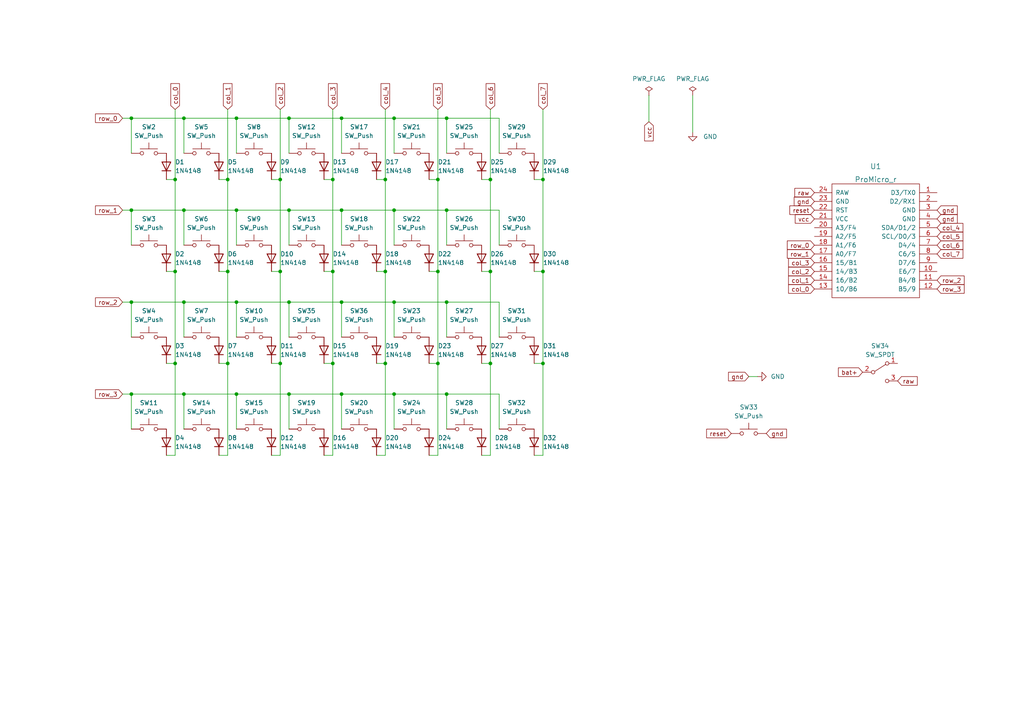
<source format=kicad_sch>
(kicad_sch (version 20230121) (generator eeschema)
  (paper "A4")
  (lib_symbols
    (symbol "Switch:SW_Push" (pin_numbers hide) (pin_names (offset 1.016) hide)
      (property "Reference" "SW" (at 1.27 2.54 0))
      (property "Value" "SW_Push" (at 0 -1.524 0))
      (symbol "SW_Push_0_1"
        (circle (center -2.032 0) (radius 0.508))
        (polyline (pts (xy 0 1.27) (xy 0 3.048)))
        (polyline (pts (xy 2.54 1.27) (xy -2.54 1.27)))
        (circle (center 2.032 0) (radius 0.508))
        (pin passive line (at -5.08 0 0) (length 2.54) (name "1") (number "1"))
        (pin passive line (at 5.08 0 180) (length 2.54) (name "2") (number "2"))
      )
    )
    (symbol "Switch:SW_SPDT" (pin_names (offset 0) hide)
      (property "Reference" "SW" (at 0 4.318 0))
      (property "Value" "SW_SPDT" (at 0 -5.08 0))
      (symbol "SW_SPDT_0_0"
        (circle (center -2.032 0) (radius 0.508))
        (circle (center 2.032 -2.54) (radius 0.508))
      )
      (symbol "SW_SPDT_0_1"
        (polyline (pts (xy -1.524 0.254) (xy 1.651 2.286)))
        (circle (center 2.032 2.54) (radius 0.508))
      )
      (symbol "SW_SPDT_1_1"
        (pin passive line (at 5.08 2.54 180) (length 2.54) (name "A") (number "1"))
        (pin passive line (at -5.08 0 0) (length 2.54) (name "B") (number "2"))
        (pin passive line (at 5.08 -2.54 180) (length 2.54) (name "C") (number "3"))
      )
    )
    (symbol "alaa:Diode_1N4148" (pin_numbers hide) (pin_names (offset 1.016) hide)
      (property "Reference" "D4" (at 2.54 1.2701 90))
      (property "Value" "Diode_1N4148" (at 2.54 -1.2699 90))
      (symbol "Diode_1N4148_0_1"
        (polyline (pts (xy -1.27 1.27) (xy -1.27 -1.27)) (stroke (width 0.254)))
        (polyline (pts (xy 1.27 0) (xy -1.27 0)))
        (polyline (pts (xy 1.27 1.27) (xy 1.27 -1.27) (xy -1.27 0) (xy 1.27 1.27)) (stroke (width 0.254)))
      )
      (symbol "Diode_1N4148_1_1"
        (pin passive line (at -3.81 0 0) (length 2.54) (name "K") (number "1"))
        (pin passive line (at 3.81 0 180) (length 2.54) (name "A") (number "2"))
      )
    )
    (symbol "alaa:ProMicro_r" (pin_names (offset 1.016))
      (property "Reference" "U1" (at 1.27 25.4 0))
      (property "Value" "ProMicro_r" (at 1.27 21.59 0))
      (symbol "ProMicro_r_0_1"
        (rectangle (start 13.97 20.32) (end -11.43 -12.7))
      )
      (symbol "ProMicro_r_1_1"
        (pin bidirectional line (at 19.05 17.78 180) (length 5.08) (name "D3/TX0") (number "1"))
        (pin bidirectional line (at 19.05 -5.08 180) (length 5.08) (name "E6/7") (number "10"))
        (pin bidirectional line (at 19.05 -7.62 180) (length 5.08) (name "B4/8") (number "11"))
        (pin bidirectional line (at 19.05 -10.16 180) (length 5.08) (name "B5/9") (number "12"))
        (pin bidirectional line (at -16.51 -10.16 0) (length 5.08) (name "10/B6") (number "13"))
        (pin bidirectional line (at -16.51 -7.62 0) (length 5.08) (name "16/B2") (number "14"))
        (pin bidirectional line (at -16.51 -5.08 0) (length 5.08) (name "14/B3") (number "15"))
        (pin bidirectional line (at -16.51 -2.54 0) (length 5.08) (name "15/B1") (number "16"))
        (pin bidirectional line (at -16.51 0 0) (length 5.08) (name "A0/F7") (number "17"))
        (pin bidirectional line (at -16.51 2.54 0) (length 5.08) (name "A1/F6") (number "18"))
        (pin bidirectional line (at -16.51 5.08 0) (length 5.08) (name "A2/F5") (number "19"))
        (pin bidirectional line (at 19.05 15.24 180) (length 5.08) (name "D2/RX1") (number "2"))
        (pin bidirectional line (at -16.51 7.62 0) (length 5.08) (name "A3/F4") (number "20"))
        (pin power_in line (at -16.51 10.16 0) (length 5.08) (name "VCC") (number "21"))
        (pin input line (at -16.51 12.7 0) (length 5.08) (name "RST") (number "22"))
        (pin power_in line (at -16.51 15.24 0) (length 5.08) (name "GND") (number "23"))
        (pin power_out line (at -16.51 17.78 0) (length 5.08) (name "RAW") (number "24"))
        (pin power_in line (at 19.05 12.7 180) (length 5.08) (name "GND") (number "3"))
        (pin power_in line (at 19.05 10.16 180) (length 5.08) (name "GND") (number "4"))
        (pin bidirectional line (at 19.05 7.62 180) (length 5.08) (name "SDA/D1/2") (number "5"))
        (pin bidirectional line (at 19.05 5.08 180) (length 5.08) (name "SCL/D0/3") (number "6"))
        (pin bidirectional line (at 19.05 2.54 180) (length 5.08) (name "D4/4") (number "7"))
        (pin bidirectional line (at 19.05 0 180) (length 5.08) (name "C6/5") (number "8"))
        (pin bidirectional line (at 19.05 -2.54 180) (length 5.08) (name "D7/6") (number "9"))
      )
    )
    (symbol "power:GND" (power) (pin_names (offset 0))
      (property "Value" "GND" (at 0 -3.81 0))
      (symbol "GND_0_1"
        (polyline (pts (xy 0 0) (xy 0 -1.27) (xy 1.27 -1.27) (xy 0 -2.54) (xy -1.27 -1.27) (xy 0 -1.27)))
      )
      (symbol "GND_1_1"
        (pin power_in line (at 0 0 270) (length 0) hide (name "GND") (number "1"))
      )
    )
    (symbol "power:PWR_FLAG" (power) (pin_numbers hide) (pin_names (offset 0) hide)
      (property "Value" "PWR_FLAG" (at 0 3.81 0))
      (symbol "PWR_FLAG_0_0"
        (pin power_out line (at 0 0 90) (length 0) (name "pwr") (number "1"))
      )
      (symbol "PWR_FLAG_0_1"
        (polyline (pts (xy 0 0) (xy 0 1.27) (xy -1.016 1.905) (xy 0 2.54) (xy 1.016 1.905) (xy 0 1.27)))
      )
    )
  )
  (junction (at 157.48 78.74))
  (junction (at 142.24 105.41))
  (junction (at 129.54 34.29))
  (junction (at 129.54 114.3))
  (junction (at 53.34 34.29))
  (junction (at 129.54 60.96))
  (junction (at 50.8 78.74))
  (junction (at 50.8 105.41))
  (junction (at 99.06 87.63))
  (junction (at 142.24 52.07))
  (junction (at 96.52 105.41))
  (junction (at 68.58 34.29))
  (junction (at 111.76 78.74))
  (junction (at 114.3 114.3))
  (junction (at 114.3 60.96))
  (junction (at 53.34 60.96))
  (junction (at 127 52.07))
  (junction (at 157.48 52.07))
  (junction (at 66.04 78.74))
  (junction (at 157.48 105.41))
  (junction (at 83.82 87.63))
  (junction (at 38.1 60.96))
  (junction (at 81.28 52.07))
  (junction (at 96.52 52.07))
  (junction (at 127 78.74))
  (junction (at 99.06 60.96))
  (junction (at 50.8 52.07))
  (junction (at 111.76 105.41))
  (junction (at 99.06 114.3))
  (junction (at 38.1 114.3))
  (junction (at 66.04 105.41))
  (junction (at 96.52 78.74))
  (junction (at 142.24 78.74))
  (junction (at 83.82 34.29))
  (junction (at 129.54 87.63))
  (junction (at 114.3 34.29))
  (junction (at 66.04 52.07))
  (junction (at 99.06 34.29))
  (junction (at 68.58 60.96))
  (junction (at 68.58 87.63))
  (junction (at 114.3 87.63))
  (junction (at 81.28 105.41))
  (junction (at 38.1 87.63))
  (junction (at 81.28 78.74))
  (junction (at 53.34 87.63))
  (junction (at 111.76 52.07))
  (junction (at 83.82 60.96))
  (junction (at 83.82 114.3))
  (junction (at 68.58 114.3))
  (junction (at 53.34 114.3))
  (junction (at 38.1 34.29))
  (junction (at 127 105.41))
  (wire (pts (xy 38.1 97.79) (xy 38.1 87.63)))
  (wire (pts (xy 127 105.41) (xy 124.46 105.41)))
  (wire (pts (xy 111.76 52.07) (xy 111.76 78.74)))
  (wire (pts (xy 144.78 87.63) (xy 144.78 97.79)))
  (wire (pts (xy 50.8 78.74) (xy 48.26 78.74)))
  (wire (pts (xy 53.34 114.3) (xy 68.58 114.3)))
  (wire (pts (xy 111.76 132.08) (xy 109.22 132.08)))
  (wire (pts (xy 38.1 60.96) (xy 53.34 60.96)))
  (wire (pts (xy 83.82 114.3) (xy 99.06 114.3)))
  (wire (pts (xy 127 132.08) (xy 127 105.41)))
  (wire (pts (xy 114.3 114.3) (xy 114.3 124.46)))
  (wire (pts (xy 99.06 114.3) (xy 114.3 114.3)))
  (wire (pts (xy 81.28 132.08) (xy 81.28 105.41)))
  (wire (pts (xy 83.82 60.96) (xy 83.82 71.12)))
  (wire (pts (xy 53.34 124.46) (xy 53.34 114.3)))
  (wire (pts (xy 38.1 34.29) (xy 53.34 34.29)))
  (wire (pts (xy 114.3 34.29) (xy 129.54 34.29)))
  (wire (pts (xy 68.58 34.29) (xy 83.82 34.29)))
  (wire (pts (xy 129.54 60.96) (xy 144.78 60.96)))
  (wire (pts (xy 114.3 87.63) (xy 129.54 87.63)))
  (wire (pts (xy 127 78.74) (xy 124.46 78.74)))
  (wire (pts (xy 99.06 60.96) (xy 99.06 71.12)))
  (wire (pts (xy 157.48 78.74) (xy 157.48 105.41)))
  (wire (pts (xy 129.54 114.3) (xy 144.78 114.3)))
  (wire (pts (xy 83.82 60.96) (xy 99.06 60.96)))
  (wire (pts (xy 154.94 132.08) (xy 157.48 132.08)))
  (wire (pts (xy 157.48 105.41) (xy 157.48 132.08)))
  (wire (pts (xy 142.24 132.08) (xy 139.7 132.08)))
  (wire (pts (xy 78.74 105.41) (xy 81.28 105.41)))
  (wire (pts (xy 83.82 114.3) (xy 83.82 124.46)))
  (wire (pts (xy 78.74 132.08) (xy 81.28 132.08)))
  (wire (pts (xy 109.22 105.41) (xy 111.76 105.41)))
  (wire (pts (xy 157.48 78.74) (xy 154.94 78.74)))
  (wire (pts (xy 68.58 114.3) (xy 83.82 114.3)))
  (wire (pts (xy 127 78.74) (xy 127 52.07)))
  (wire (pts (xy 111.76 105.41) (xy 111.76 132.08)))
  (wire (pts (xy 96.52 78.74) (xy 93.98 78.74)))
  (wire (pts (xy 66.04 52.07) (xy 66.04 78.74)))
  (wire (pts (xy 127 105.41) (xy 127 78.74)))
  (wire (pts (xy 81.28 31.75) (xy 81.28 52.07)))
  (wire (pts (xy 93.98 105.41) (xy 96.52 105.41)))
  (wire (pts (xy 38.1 114.3) (xy 53.34 114.3)))
  (wire (pts (xy 127 52.07) (xy 124.46 52.07)))
  (wire (pts (xy 114.3 34.29) (xy 114.3 44.45)))
  (wire (pts (xy 66.04 31.75) (xy 66.04 52.07)))
  (wire (pts (xy 129.54 87.63) (xy 129.54 97.79)))
  (wire (pts (xy 144.78 60.96) (xy 144.78 71.12)))
  (wire (pts (xy 129.54 34.29) (xy 144.78 34.29)))
  (wire (pts (xy 83.82 87.63) (xy 83.82 97.79)))
  (wire (pts (xy 129.54 60.96) (xy 129.54 71.12)))
  (wire (pts (xy 157.48 31.75) (xy 157.48 52.07)))
  (wire (pts (xy 38.1 44.45) (xy 38.1 34.29)))
  (wire (pts (xy 99.06 114.3) (xy 99.06 124.46)))
  (wire (pts (xy 124.46 132.08) (xy 127 132.08)))
  (wire (pts (xy 142.24 78.74) (xy 139.7 78.74)))
  (wire (pts (xy 66.04 78.74) (xy 66.04 105.41)))
  (wire (pts (xy 99.06 87.63) (xy 99.06 97.79)))
  (wire (pts (xy 83.82 34.29) (xy 99.06 34.29)))
  (wire (pts (xy 99.06 87.63) (xy 114.3 87.63)))
  (wire (pts (xy 114.3 60.96) (xy 114.3 71.12)))
  (wire (pts (xy 109.22 52.07) (xy 111.76 52.07)))
  (wire (pts (xy 66.04 78.74) (xy 63.5 78.74)))
  (wire (pts (xy 66.04 132.08) (xy 66.04 105.41)))
  (wire (pts (xy 114.3 114.3) (xy 129.54 114.3)))
  (wire (pts (xy 142.24 52.07) (xy 142.24 78.74)))
  (wire (pts (xy 50.8 78.74) (xy 50.8 52.07)))
  (wire (pts (xy 99.06 34.29) (xy 99.06 44.45)))
  (wire (pts (xy 114.3 60.96) (xy 129.54 60.96)))
  (wire (pts (xy 96.52 52.07) (xy 93.98 52.07)))
  (wire (pts (xy 96.52 105.41) (xy 96.52 132.08)))
  (wire (pts (xy 48.26 105.41) (xy 50.8 105.41)))
  (wire (pts (xy 217.17 109.22) (xy 219.71 109.22)))
  (wire (pts (xy 96.52 78.74) (xy 96.52 105.41)))
  (wire (pts (xy 129.54 87.63) (xy 144.78 87.63)))
  (wire (pts (xy 68.58 87.63) (xy 68.58 97.79)))
  (wire (pts (xy 38.1 87.63) (xy 53.34 87.63)))
  (wire (pts (xy 53.34 87.63) (xy 53.34 97.79)))
  (wire (pts (xy 99.06 60.96) (xy 114.3 60.96)))
  (wire (pts (xy 81.28 52.07) (xy 78.74 52.07)))
  (wire (pts (xy 38.1 114.3) (xy 38.1 124.46)))
  (wire (pts (xy 38.1 71.12) (xy 38.1 60.96)))
  (wire (pts (xy 48.26 132.08) (xy 50.8 132.08)))
  (wire (pts (xy 93.98 132.08) (xy 96.52 132.08)))
  (wire (pts (xy 127 31.75) (xy 127 52.07)))
  (wire (pts (xy 114.3 87.63) (xy 114.3 97.79)))
  (wire (pts (xy 50.8 105.41) (xy 50.8 78.74)))
  (wire (pts (xy 129.54 34.29) (xy 129.54 44.45)))
  (wire (pts (xy 111.76 31.75) (xy 111.76 52.07)))
  (wire (pts (xy 154.94 52.07) (xy 157.48 52.07)))
  (wire (pts (xy 68.58 114.3) (xy 68.58 124.46)))
  (wire (pts (xy 68.58 60.96) (xy 83.82 60.96)))
  (wire (pts (xy 68.58 60.96) (xy 68.58 71.12)))
  (wire (pts (xy 68.58 87.63) (xy 83.82 87.63)))
  (wire (pts (xy 35.56 87.63) (xy 38.1 87.63)))
  (wire (pts (xy 157.48 105.41) (xy 154.94 105.41)))
  (wire (pts (xy 99.06 34.29) (xy 114.3 34.29)))
  (wire (pts (xy 139.7 52.07) (xy 142.24 52.07)))
  (wire (pts (xy 50.8 31.75) (xy 50.8 52.07)))
  (wire (pts (xy 96.52 31.75) (xy 96.52 52.07)))
  (wire (pts (xy 142.24 78.74) (xy 142.24 105.41)))
  (wire (pts (xy 35.56 60.96) (xy 38.1 60.96)))
  (wire (pts (xy 111.76 78.74) (xy 109.22 78.74)))
  (wire (pts (xy 81.28 78.74) (xy 78.74 78.74)))
  (wire (pts (xy 96.52 78.74) (xy 96.52 52.07)))
  (wire (pts (xy 157.48 52.07) (xy 157.48 78.74)))
  (wire (pts (xy 144.78 34.29) (xy 144.78 44.45)))
  (wire (pts (xy 53.34 34.29) (xy 68.58 34.29)))
  (wire (pts (xy 53.34 60.96) (xy 68.58 60.96)))
  (wire (pts (xy 111.76 78.74) (xy 111.76 105.41)))
  (wire (pts (xy 63.5 52.07) (xy 66.04 52.07)))
  (wire (pts (xy 53.34 34.29) (xy 53.34 44.45)))
  (wire (pts (xy 83.82 34.29) (xy 83.82 44.45)))
  (wire (pts (xy 142.24 31.75) (xy 142.24 52.07)))
  (wire (pts (xy 68.58 34.29) (xy 68.58 44.45)))
  (wire (pts (xy 50.8 132.08) (xy 50.8 105.41)))
  (wire (pts (xy 81.28 78.74) (xy 81.28 52.07)))
  (wire (pts (xy 129.54 114.3) (xy 129.54 124.46)))
  (wire (pts (xy 53.34 60.96) (xy 53.34 71.12)))
  (wire (pts (xy 53.34 87.63) (xy 68.58 87.63)))
  (wire (pts (xy 63.5 132.08) (xy 66.04 132.08)))
  (wire (pts (xy 144.78 114.3) (xy 144.78 124.46)))
  (wire (pts (xy 66.04 105.41) (xy 63.5 105.41)))
  (wire (pts (xy 142.24 105.41) (xy 139.7 105.41)))
  (wire (pts (xy 200.914 27.686) (xy 200.914 38.354)))
  (wire (pts (xy 35.56 34.29) (xy 38.1 34.29)))
  (wire (pts (xy 35.56 114.3) (xy 38.1 114.3)))
  (wire (pts (xy 142.24 105.41) (xy 142.24 132.08)))
  (wire (pts (xy 188.214 27.686) (xy 188.214 35.306)))
  (wire (pts (xy 83.82 87.63) (xy 99.06 87.63)))
  (wire (pts (xy 81.28 78.74) (xy 81.28 105.41)))
  (wire (pts (xy 50.8 52.07) (xy 48.26 52.07)))
  (global_label "col_1" (shape input) (at 66.04 31.75 90) (property "Intersheetrefs" "${INTERSHEET_REFS}" (effects hide)))
  (global_label "col_6" (shape input) (at 271.78 71.12 0) (property "Intersheetrefs" "${INTERSHEET_REFS}" (effects hide)))
  (global_label "col_0" (shape input) (at 236.22 83.82 180) (property "Intersheetrefs" "${INTERSHEET_REFS}" (effects hide)))
  (global_label "raw" (shape input) (at 260.35 110.49 0) (property "Intersheetrefs" "${INTERSHEET_REFS}" (effects hide)))
  (global_label "col_2" (shape input) (at 236.22 78.74 180) (property "Intersheetrefs" "${INTERSHEET_REFS}" (effects hide)))
  (global_label "row_0" (shape input) (at 35.56 34.29 180) (property "Intersheetrefs" "${INTERSHEET_REFS}" (effects hide)))
  (global_label "col_5" (shape input) (at 271.78 68.58 0) (property "Intersheetrefs" "${INTERSHEET_REFS}" (effects hide)))
  (global_label "col_4" (shape input) (at 271.78 66.04 0) (property "Intersheetrefs" "${INTERSHEET_REFS}" (effects hide)))
  (global_label "row_1" (shape input) (at 35.56 60.96 180) (property "Intersheetrefs" "${INTERSHEET_REFS}" (effects hide)))
  (global_label "row_3" (shape input) (at 35.56 114.3 180) (property "Intersheetrefs" "${INTERSHEET_REFS}" (effects hide)))
  (global_label "row_3" (shape input) (at 271.78 83.82 0) (property "Intersheetrefs" "${INTERSHEET_REFS}" (effects hide)))
  (global_label "col_3" (shape input) (at 236.22 76.2 180) (property "Intersheetrefs" "${INTERSHEET_REFS}" (effects hide)))
  (global_label "gnd" (shape input) (at 217.17 109.22 180) (property "Intersheetrefs" "${INTERSHEET_REFS}" (effects hide)))
  (global_label "col_0" (shape input) (at 50.8 31.75 90) (property "Intersheetrefs" "${INTERSHEET_REFS}" (effects hide)))
  (global_label "gnd" (shape input) (at 222.25 125.73 0) (property "Intersheetrefs" "${INTERSHEET_REFS}" (effects hide)))
  (global_label "row_1" (shape input) (at 236.22 73.66 180) (property "Intersheetrefs" "${INTERSHEET_REFS}" (effects hide)))
  (global_label "col_4" (shape input) (at 111.76 31.75 90) (property "Intersheetrefs" "${INTERSHEET_REFS}" (effects hide)))
  (global_label "gnd" (shape input) (at 271.78 63.5 0) (property "Intersheetrefs" "${INTERSHEET_REFS}" (effects hide)))
  (global_label "col_7" (shape input) (at 157.48 31.75 90) (property "Intersheetrefs" "${INTERSHEET_REFS}" (effects hide)))
  (global_label "reset" (shape input) (at 212.09 125.73 180) (property "Intersheetrefs" "${INTERSHEET_REFS}" (effects hide)))
  (global_label "vcc" (shape input) (at 188.214 35.306 270) (property "Intersheetrefs" "${INTERSHEET_REFS}" (effects hide)))
  (global_label "vcc" (shape input) (at 236.22 63.5 180) (property "Intersheetrefs" "${INTERSHEET_REFS}" (effects hide)))
  (global_label "row_0" (shape input) (at 236.22 71.12 180) (property "Intersheetrefs" "${INTERSHEET_REFS}" (effects hide)))
  (global_label "col_1" (shape input) (at 236.22 81.28 180) (property "Intersheetrefs" "${INTERSHEET_REFS}" (effects hide)))
  (global_label "bat+" (shape input) (at 250.19 107.95 180) (property "Intersheetrefs" "${INTERSHEET_REFS}" (effects hide)))
  (global_label "reset" (shape input) (at 236.22 60.96 180) (property "Intersheetrefs" "${INTERSHEET_REFS}" (effects hide)))
  (global_label "row_2" (shape input) (at 271.78 81.28 0) (property "Intersheetrefs" "${INTERSHEET_REFS}" (effects hide)))
  (global_label "gnd" (shape input) (at 271.78 60.96 0) (property "Intersheetrefs" "${INTERSHEET_REFS}" (effects hide)))
  (global_label "col_5" (shape input) (at 127 31.75 90) (property "Intersheetrefs" "${INTERSHEET_REFS}" (effects hide)))
  (global_label "col_2" (shape input) (at 81.28 31.75 90) (property "Intersheetrefs" "${INTERSHEET_REFS}" (effects hide)))
  (global_label "row_2" (shape input) (at 35.56 87.63 180) (property "Intersheetrefs" "${INTERSHEET_REFS}" (effects hide)))
  (global_label "col_6" (shape input) (at 142.24 31.75 90) (property "Intersheetrefs" "${INTERSHEET_REFS}" (effects hide)))
  (global_label "col_3" (shape input) (at 96.52 31.75 90) (property "Intersheetrefs" "${INTERSHEET_REFS}" (effects hide)))
  (global_label "gnd" (shape input) (at 236.22 58.42 180) (property "Intersheetrefs" "${INTERSHEET_REFS}" (effects hide)))
  (global_label "raw" (shape input) (at 236.22 55.88 180) (property "Intersheetrefs" "${INTERSHEET_REFS}" (effects hide)))
  (global_label "col_7" (shape input) (at 271.78 73.66 0) (property "Intersheetrefs" "${INTERSHEET_REFS}" (effects hide)))
  (symbol (lib_id "Switch:SW_SPDT") (at 255.27 107.95 0) (unit 1)
    (property "Reference" "SW34" (at 255.27 100.33 0))
    (property "Value" "SW_SPDT" (at 255.27 102.87 0))
    (property "Footprint" "Button_Switch_SMD:SW_SPDT_PCM12" (effects hide))
  )
  (symbol (lib_id "alaa:Diode_1N4148") (at 63.5 48.26 90) (unit 1)
    (property "Reference" "D5" (at 66.04 46.9899 90) (effects (justify right)))
    (property "Value" "1N4148" (at 66.04 49.5299 90) (effects (justify right)))
    (property "Footprint" "Diode_SMD:D_SOD-123" (effects hide))
    (property "Datasheet" "https://assets.nexperia.com/documents/data-sheet/1N4148_1N4448.pdf" (effects hide))
    (property "LCSC" "C909967" (effects hide))
  )
  (symbol (lib_id "alaa:Diode_1N4148") (at 48.26 128.27 90) (unit 1)
    (property "Reference" "D4" (at 50.8 126.9999 90) (effects (justify right)))
    (property "Value" "1N4148" (at 50.8 129.5399 90) (effects (justify right)))
    (property "Footprint" "Diode_SMD:D_SOD-123" (effects hide))
    (property "Datasheet" "https://assets.nexperia.com/documents/data-sheet/1N4148_1N4448.pdf" (effects hide))
    (property "LCSC" "C909967" (effects hide))
  )
  (symbol (lib_id "Switch:SW_Push") (at 104.14 71.12 0) (unit 1)
    (property "Reference" "SW18" (at 104.14 63.5 0))
    (property "Value" "SW_Push" (at 104.14 66.04 0))
    (property "Footprint" "Alaa:choc_hotswap" (effects hide))
  )
  (symbol (lib_id "Switch:SW_Push") (at 134.62 71.12 0) (unit 1)
    (property "Reference" "SW26" (at 134.62 63.5 0))
    (property "Value" "SW_Push" (at 134.62 66.04 0))
    (property "Footprint" "Alaa:choc_hotswap" (effects hide))
  )
  (symbol (lib_id "alaa:Diode_1N4148") (at 48.26 48.26 90) (unit 1)
    (property "Reference" "D1" (at 50.8 46.9899 90) (effects (justify right)))
    (property "Value" "1N4148" (at 50.8 49.5299 90) (effects (justify right)))
    (property "Footprint" "Diode_SMD:D_SOD-123" (effects hide))
    (property "Datasheet" "https://assets.nexperia.com/documents/data-sheet/1N4148_1N4448.pdf" (effects hide))
    (property "LCSC" "C909967" (effects hide))
  )
  (symbol (lib_id "alaa:Diode_1N4148") (at 78.74 101.6 90) (unit 1)
    (property "Reference" "D11" (at 81.28 100.3299 90) (effects (justify right)))
    (property "Value" "1N4148" (at 81.28 102.8699 90) (effects (justify right)))
    (property "Footprint" "Diode_SMD:D_SOD-123" (effects hide))
    (property "Datasheet" "https://assets.nexperia.com/documents/data-sheet/1N4148_1N4448.pdf" (effects hide))
    (property "LCSC" "C909967" (effects hide))
  )
  (symbol (lib_id "alaa:Diode_1N4148") (at 154.94 101.6 90) (unit 1)
    (property "Reference" "D31" (at 157.48 100.3299 90) (effects (justify right)))
    (property "Value" "1N4148" (at 157.48 102.8699 90) (effects (justify right)))
    (property "Footprint" "Diode_SMD:D_SOD-123" (effects hide))
    (property "Datasheet" "https://assets.nexperia.com/documents/data-sheet/1N4148_1N4448.pdf" (effects hide))
    (property "LCSC" "C909967" (effects hide))
  )
  (symbol (lib_id "alaa:Diode_1N4148") (at 139.7 128.27 90) (unit 1)
    (property "Reference" "D28" (at 143.51 126.9999 90) (effects (justify right)))
    (property "Value" "1N4148" (at 143.51 129.5399 90) (effects (justify right)))
    (property "Footprint" "Diode_SMD:D_SOD-123" (effects hide))
    (property "Datasheet" "https://assets.nexperia.com/documents/data-sheet/1N4148_1N4448.pdf" (effects hide))
    (property "LCSC" "C909967" (effects hide))
  )
  (symbol (lib_id "alaa:Diode_1N4148") (at 139.7 74.93 90) (unit 1)
    (property "Reference" "D26" (at 142.24 73.6599 90) (effects (justify right)))
    (property "Value" "1N4148" (at 142.24 76.1999 90) (effects (justify right)))
    (property "Footprint" "Diode_SMD:D_SOD-123" (effects hide))
    (property "Datasheet" "https://assets.nexperia.com/documents/data-sheet/1N4148_1N4448.pdf" (effects hide))
    (property "LCSC" "C909967" (effects hide))
  )
  (symbol (lib_id "alaa:Diode_1N4148") (at 109.22 101.6 90) (unit 1)
    (property "Reference" "D19" (at 111.76 100.3299 90) (effects (justify right)))
    (property "Value" "1N4148" (at 111.76 102.8699 90) (effects (justify right)))
    (property "Footprint" "Diode_SMD:D_SOD-123" (effects hide))
    (property "Datasheet" "https://assets.nexperia.com/documents/data-sheet/1N4148_1N4448.pdf" (effects hide))
    (property "LCSC" "C909967" (effects hide))
  )
  (symbol (lib_id "Switch:SW_Push") (at 134.62 124.46 0) (unit 1)
    (property "Reference" "SW28" (at 134.62 116.84 0))
    (property "Value" "SW_Push" (at 134.62 119.38 0))
    (property "Footprint" "Alaa:choc_hotswap" (effects hide))
  )
  (symbol (lib_id "alaa:Diode_1N4148") (at 124.46 128.27 90) (unit 1)
    (property "Reference" "D24" (at 127 126.9999 90) (effects (justify right)))
    (property "Value" "1N4148" (at 127 129.5399 90) (effects (justify right)))
    (property "Footprint" "Diode_SMD:D_SOD-123" (effects hide))
    (property "Datasheet" "https://assets.nexperia.com/documents/data-sheet/1N4148_1N4448.pdf" (effects hide))
    (property "LCSC" "C909967" (effects hide))
  )
  (symbol (lib_id "Switch:SW_Push") (at 134.62 44.45 0) (unit 1)
    (property "Reference" "SW25" (at 134.62 36.83 0))
    (property "Value" "SW_Push" (at 134.62 39.37 0))
    (property "Footprint" "Alaa:choc_hotswap" (effects hide))
  )
  (symbol (lib_id "alaa:Diode_1N4148") (at 63.5 74.93 90) (unit 1)
    (property "Reference" "D6" (at 66.04 73.6599 90) (effects (justify right)))
    (property "Value" "1N4148" (at 66.04 76.1999 90) (effects (justify right)))
    (property "Footprint" "Diode_SMD:D_SOD-123" (effects hide))
    (property "Datasheet" "https://assets.nexperia.com/documents/data-sheet/1N4148_1N4448.pdf" (effects hide))
    (property "LCSC" "C909967" (effects hide))
  )
  (symbol (lib_id "Switch:SW_Push") (at 43.18 124.46 0) (unit 1)
    (property "Reference" "SW11" (at 43.18 116.84 0))
    (property "Value" "SW_Push" (at 43.18 119.38 0))
    (property "Footprint" "Alaa:choc_hotswap" (effects hide))
  )
  (symbol (lib_id "Switch:SW_Push") (at 43.18 44.45 0) (unit 1)
    (property "Reference" "SW2" (at 43.18 36.83 0))
    (property "Value" "SW_Push" (at 43.18 39.37 0))
    (property "Footprint" "Alaa:choc_hotswap" (effects hide))
  )
  (symbol (lib_id "Switch:SW_Push") (at 149.86 97.79 0) (unit 1)
    (property "Reference" "SW31" (at 149.86 90.17 0))
    (property "Value" "SW_Push" (at 149.86 92.71 0))
    (property "Footprint" "Alaa:choc_hotswap" (effects hide))
  )
  (symbol (lib_id "Switch:SW_Push") (at 119.38 124.46 0) (unit 1)
    (property "Reference" "SW24" (at 119.38 116.84 0))
    (property "Value" "SW_Push" (at 119.38 119.38 0))
    (property "Footprint" "Alaa:choc_hotswap" (effects hide))
  )
  (symbol (lib_id "Switch:SW_Push") (at 43.18 97.79 0) (unit 1)
    (property "Reference" "SW4" (at 43.18 90.17 0))
    (property "Value" "SW_Push" (at 43.18 92.71 0))
    (property "Footprint" "Alaa:choc_hotswap" (effects hide))
  )
  (symbol (lib_id "alaa:Diode_1N4148") (at 124.46 48.26 90) (unit 1)
    (property "Reference" "D21" (at 127 46.9899 90) (effects (justify right)))
    (property "Value" "1N4148" (at 127 49.5299 90) (effects (justify right)))
    (property "Footprint" "Diode_SMD:D_SOD-123" (effects hide))
    (property "Datasheet" "https://assets.nexperia.com/documents/data-sheet/1N4148_1N4448.pdf" (effects hide))
    (property "LCSC" "C909967" (effects hide))
  )
  (symbol (lib_id "alaa:Diode_1N4148") (at 109.22 128.27 90) (unit 1)
    (property "Reference" "D20" (at 111.76 126.9999 90) (effects (justify right)))
    (property "Value" "1N4148" (at 111.76 129.5399 90) (effects (justify right)))
    (property "Footprint" "Diode_SMD:D_SOD-123" (effects hide))
    (property "Datasheet" "https://assets.nexperia.com/documents/data-sheet/1N4148_1N4448.pdf" (effects hide))
    (property "LCSC" "C909967" (effects hide))
  )
  (symbol (lib_id "alaa:Diode_1N4148") (at 78.74 128.27 90) (unit 1)
    (property "Reference" "D12" (at 81.28 126.9999 90) (effects (justify right)))
    (property "Value" "1N4148" (at 81.28 129.5399 90) (effects (justify right)))
    (property "Footprint" "Diode_SMD:D_SOD-123" (effects hide))
    (property "Datasheet" "https://assets.nexperia.com/documents/data-sheet/1N4148_1N4448.pdf" (effects hide))
    (property "LCSC" "C909967" (effects hide))
  )
  (symbol (lib_id "Switch:SW_Push") (at 134.62 97.79 0) (unit 1)
    (property "Reference" "SW27" (at 134.62 90.17 0))
    (property "Value" "SW_Push" (at 134.62 92.71 0))
    (property "Footprint" "Alaa:choc_hotswap" (effects hide))
  )
  (symbol (lib_id "alaa:Diode_1N4148") (at 78.74 48.26 90) (unit 1)
    (property "Reference" "D9" (at 81.28 46.9899 90) (effects (justify right)))
    (property "Value" "1N4148" (at 81.28 49.5299 90) (effects (justify right)))
    (property "Footprint" "Diode_SMD:D_SOD-123" (effects hide))
    (property "Datasheet" "https://assets.nexperia.com/documents/data-sheet/1N4148_1N4448.pdf" (effects hide))
    (property "LCSC" "C909967" (effects hide))
  )
  (symbol (lib_id "Switch:SW_Push") (at 149.86 44.45 0) (unit 1)
    (property "Reference" "SW29" (at 149.86 36.83 0))
    (property "Value" "SW_Push" (at 149.86 39.37 0))
    (property "Footprint" "Alaa:choc_hotswap" (effects hide))
  )
  (symbol (lib_id "Switch:SW_Push") (at 104.14 44.45 0) (unit 1)
    (property "Reference" "SW17" (at 104.14 36.83 0))
    (property "Value" "SW_Push" (at 104.14 39.37 0))
    (property "Footprint" "Alaa:choc_hotswap" (effects hide))
  )
  (symbol (lib_id "Switch:SW_Push") (at 73.66 44.45 0) (unit 1)
    (property "Reference" "SW8" (at 73.66 36.83 0))
    (property "Value" "SW_Push" (at 73.66 39.37 0))
    (property "Footprint" "Alaa:choc_hotswap" (effects hide))
  )
  (symbol (lib_id "Switch:SW_Push") (at 149.86 124.46 0) (unit 1)
    (property "Reference" "SW32" (at 149.86 116.84 0))
    (property "Value" "SW_Push" (at 149.86 119.38 0))
    (property "Footprint" "Alaa:choc_hotswap" (effects hide))
  )
  (symbol (lib_id "Switch:SW_Push") (at 58.42 44.45 0) (unit 1)
    (property "Reference" "SW5" (at 58.42 36.83 0))
    (property "Value" "SW_Push" (at 58.42 39.37 0))
    (property "Footprint" "Alaa:choc_hotswap" (effects hide))
  )
  (symbol (lib_id "power:GND") (at 219.71 109.22 90) (unit 1)
    (property "Reference" "#PWR03" (effects hide))
    (property "Value" "GND" (at 223.52 109.2199 90) (effects (justify right)))
  )
  (symbol (lib_id "alaa:Diode_1N4148") (at 93.98 101.6 90) (unit 1)
    (property "Reference" "D15" (at 96.52 100.3299 90) (effects (justify right)))
    (property "Value" "1N4148" (at 96.52 102.8699 90) (effects (justify right)))
    (property "Footprint" "Diode_SMD:D_SOD-123" (effects hide))
    (property "Datasheet" "https://assets.nexperia.com/documents/data-sheet/1N4148_1N4448.pdf" (effects hide))
    (property "LCSC" "C909967" (effects hide))
  )
  (symbol (lib_id "alaa:Diode_1N4148") (at 139.7 48.26 90) (unit 1)
    (property "Reference" "D25" (at 142.24 46.9899 90) (effects (justify right)))
    (property "Value" "1N4148" (at 142.24 49.5299 90) (effects (justify right)))
    (property "Footprint" "Diode_SMD:D_SOD-123" (effects hide))
    (property "Datasheet" "https://assets.nexperia.com/documents/data-sheet/1N4148_1N4448.pdf" (effects hide))
    (property "LCSC" "C909967" (effects hide))
  )
  (symbol (lib_id "Switch:SW_Push") (at 73.66 97.79 0) (unit 1)
    (property "Reference" "SW10" (at 73.66 90.17 0))
    (property "Value" "SW_Push" (at 73.66 92.71 0))
    (property "Footprint" "Alaa:choc_hotswap" (effects hide))
  )
  (symbol (lib_id "alaa:Diode_1N4148") (at 93.98 48.26 90) (unit 1)
    (property "Reference" "D13" (at 96.52 46.9899 90) (effects (justify right)))
    (property "Value" "1N4148" (at 96.52 49.5299 90) (effects (justify right)))
    (property "Footprint" "Diode_SMD:D_SOD-123" (effects hide))
    (property "Datasheet" "https://assets.nexperia.com/documents/data-sheet/1N4148_1N4448.pdf" (effects hide))
    (property "LCSC" "C909967" (effects hide))
  )
  (symbol (lib_id "alaa:Diode_1N4148") (at 154.94 128.27 90) (unit 1)
    (property "Reference" "D32" (at 157.48 126.9999 90) (effects (justify right)))
    (property "Value" "1N4148" (at 157.48 129.5399 90) (effects (justify right)))
    (property "Footprint" "Diode_SMD:D_SOD-123" (effects hide))
    (property "Datasheet" "https://assets.nexperia.com/documents/data-sheet/1N4148_1N4448.pdf" (effects hide))
    (property "LCSC" "C909967" (effects hide))
  )
  (symbol (lib_id "alaa:Diode_1N4148") (at 63.5 101.6 90) (unit 1)
    (property "Reference" "D7" (at 66.04 100.3299 90) (effects (justify right)))
    (property "Value" "1N4148" (at 66.04 102.8699 90) (effects (justify right)))
    (property "Footprint" "Diode_SMD:D_SOD-123" (effects hide))
    (property "Datasheet" "https://assets.nexperia.com/documents/data-sheet/1N4148_1N4448.pdf" (effects hide))
    (property "LCSC" "C909967" (effects hide))
  )
  (symbol (lib_id "alaa:Diode_1N4148") (at 124.46 101.6 90) (unit 1)
    (property "Reference" "D23" (at 127 100.3299 90) (effects (justify right)))
    (property "Value" "1N4148" (at 127 102.8699 90) (effects (justify right)))
    (property "Footprint" "Diode_SMD:D_SOD-123" (effects hide))
    (property "Datasheet" "https://assets.nexperia.com/documents/data-sheet/1N4148_1N4448.pdf" (effects hide))
    (property "LCSC" "C909967" (effects hide))
  )
  (symbol (lib_id "Switch:SW_Push") (at 73.66 124.46 0) (unit 1)
    (property "Reference" "SW15" (at 73.66 116.84 0))
    (property "Value" "SW_Push" (at 73.66 119.38 0))
    (property "Footprint" "Alaa:choc_hotswap" (effects hide))
  )
  (symbol (lib_id "Switch:SW_Push") (at 58.42 97.79 0) (unit 1)
    (property "Reference" "SW7" (at 58.42 90.17 0))
    (property "Value" "SW_Push" (at 58.42 92.71 0))
    (property "Footprint" "Alaa:choc_hotswap" (effects hide))
  )
  (symbol (lib_id "alaa:Diode_1N4148") (at 48.26 101.6 90) (unit 1)
    (property "Reference" "D3" (at 50.8 100.3299 90) (effects (justify right)))
    (property "Value" "1N4148" (at 50.8 102.8699 90) (effects (justify right)))
    (property "Footprint" "Diode_SMD:D_SOD-123" (effects hide))
    (property "Datasheet" "https://assets.nexperia.com/documents/data-sheet/1N4148_1N4448.pdf" (effects hide))
    (property "LCSC" "C909967" (effects hide))
  )
  (symbol (lib_id "Switch:SW_Push") (at 88.9 71.12 0) (unit 1)
    (property "Reference" "SW13" (at 88.9 63.5 0))
    (property "Value" "SW_Push" (at 88.9 66.04 0))
    (property "Footprint" "Alaa:choc_hotswap" (effects hide))
  )
  (symbol (lib_id "alaa:Diode_1N4148") (at 78.74 74.93 90) (unit 1)
    (property "Reference" "D10" (at 81.28 73.6599 90) (effects (justify right)))
    (property "Value" "1N4148" (at 81.28 76.1999 90) (effects (justify right)))
    (property "Footprint" "Diode_SMD:D_SOD-123" (effects hide))
    (property "Datasheet" "https://assets.nexperia.com/documents/data-sheet/1N4148_1N4448.pdf" (effects hide))
    (property "LCSC" "C909967" (effects hide))
  )
  (symbol (lib_id "alaa:Diode_1N4148") (at 109.22 74.93 90) (unit 1)
    (property "Reference" "D18" (at 111.76 73.6599 90) (effects (justify right)))
    (property "Value" "1N4148" (at 111.76 76.1999 90) (effects (justify right)))
    (property "Footprint" "Diode_SMD:D_SOD-123" (effects hide))
    (property "Datasheet" "https://assets.nexperia.com/documents/data-sheet/1N4148_1N4448.pdf" (effects hide))
    (property "LCSC" "C909967" (effects hide))
  )
  (symbol (lib_id "Switch:SW_Push") (at 149.86 71.12 0) (unit 1)
    (property "Reference" "SW30" (at 149.86 63.5 0))
    (property "Value" "SW_Push" (at 149.86 66.04 0))
    (property "Footprint" "Alaa:choc_hotswap" (effects hide))
  )
  (symbol (lib_id "Switch:SW_Push") (at 119.38 44.45 0) (unit 1)
    (property "Reference" "SW21" (at 119.38 36.83 0))
    (property "Value" "SW_Push" (at 119.38 39.37 0))
    (property "Footprint" "Alaa:choc_hotswap" (effects hide))
  )
  (symbol (lib_id "alaa:Diode_1N4148") (at 154.94 74.93 90) (unit 1)
    (property "Reference" "D30" (at 157.48 73.6599 90) (effects (justify right)))
    (property "Value" "1N4148" (at 157.48 76.1999 90) (effects (justify right)))
    (property "Footprint" "Diode_SMD:D_SOD-123" (effects hide))
    (property "Datasheet" "https://assets.nexperia.com/documents/data-sheet/1N4148_1N4448.pdf" (effects hide))
    (property "LCSC" "C909967" (effects hide))
  )
  (symbol (lib_id "Switch:SW_Push") (at 58.42 71.12 0) (unit 1)
    (property "Reference" "SW6" (at 58.42 63.5 0))
    (property "Value" "SW_Push" (at 58.42 66.04 0))
    (property "Footprint" "Alaa:choc_hotswap" (effects hide))
  )
  (symbol (lib_id "alaa:Diode_1N4148") (at 93.98 74.93 90) (unit 1)
    (property "Reference" "D14" (at 96.52 73.6599 90) (effects (justify right)))
    (property "Value" "1N4148" (at 96.52 76.1999 90) (effects (justify right)))
    (property "Footprint" "Diode_SMD:D_SOD-123" (effects hide))
    (property "Datasheet" "https://assets.nexperia.com/documents/data-sheet/1N4148_1N4448.pdf" (effects hide))
    (property "LCSC" "C909967" (effects hide))
  )
  (symbol (lib_id "power:GND") (at 200.914 38.354 0) (unit 1)
    (property "Reference" "#PWR0101" (effects hide))
    (property "Value" "GND" (at 203.962 39.6239 0) (effects (justify left)))
  )
  (symbol (lib_id "alaa:Diode_1N4148") (at 93.98 128.27 90) (unit 1)
    (property "Reference" "D16" (at 96.52 126.9999 90) (effects (justify right)))
    (property "Value" "1N4148" (at 96.52 129.5399 90) (effects (justify right)))
    (property "Footprint" "Diode_SMD:D_SOD-123" (effects hide))
    (property "Datasheet" "https://assets.nexperia.com/documents/data-sheet/1N4148_1N4448.pdf" (effects hide))
    (property "LCSC" "C909967" (effects hide))
  )
  (symbol (lib_id "Switch:SW_Push") (at 88.9 97.79 0) (unit 1)
    (property "Reference" "SW35" (at 88.9 90.17 0))
    (property "Value" "SW_Push" (at 88.9 92.71 0))
    (property "Footprint" "Alaa:choc_hotswap" (effects hide))
  )
  (symbol (lib_id "Switch:SW_Push") (at 88.9 44.45 0) (unit 1)
    (property "Reference" "SW12" (at 88.9 36.83 0))
    (property "Value" "SW_Push" (at 88.9 39.37 0))
    (property "Footprint" "Alaa:choc_hotswap" (effects hide))
  )
  (symbol (lib_id "alaa:Diode_1N4148") (at 139.7 101.6 90) (unit 1)
    (property "Reference" "D27" (at 142.24 100.3299 90) (effects (justify right)))
    (property "Value" "1N4148" (at 142.24 102.8699 90) (effects (justify right)))
    (property "Footprint" "Diode_SMD:D_SOD-123" (effects hide))
    (property "Datasheet" "https://assets.nexperia.com/documents/data-sheet/1N4148_1N4448.pdf" (effects hide))
    (property "LCSC" "C909967" (effects hide))
  )
  (symbol (lib_id "Switch:SW_Push") (at 58.42 124.46 0) (unit 1)
    (property "Reference" "SW14" (at 58.42 116.84 0))
    (property "Value" "SW_Push" (at 58.42 119.38 0))
    (property "Footprint" "Alaa:choc_hotswap" (effects hide))
  )
  (symbol (lib_id "Switch:SW_Push") (at 43.18 71.12 0) (unit 1)
    (property "Reference" "SW3" (at 43.18 63.5 0))
    (property "Value" "SW_Push" (at 43.18 66.04 0))
    (property "Footprint" "Alaa:choc_hotswap" (effects hide))
  )
  (symbol (lib_id "power:PWR_FLAG") (at 200.914 27.686 0) (unit 1)
    (property "Reference" "#FLG0102" (effects hide))
    (property "Value" "PWR_FLAG" (at 200.914 22.86 0))
  )
  (symbol (lib_id "Switch:SW_Push") (at 119.38 97.79 0) (unit 1)
    (property "Reference" "SW23" (at 119.38 90.17 0))
    (property "Value" "SW_Push" (at 119.38 92.71 0))
    (property "Footprint" "Alaa:choc_hotswap" (effects hide))
  )
  (symbol (lib_id "Switch:SW_Push") (at 104.14 124.46 0) (unit 1)
    (property "Reference" "SW20" (at 104.14 116.84 0))
    (property "Value" "SW_Push" (at 104.14 119.38 0))
    (property "Footprint" "Alaa:choc_hotswap" (effects hide))
  )
  (symbol (lib_id "alaa:Diode_1N4148") (at 48.26 74.93 90) (unit 1)
    (property "Reference" "D2" (at 50.8 73.6599 90) (effects (justify right)))
    (property "Value" "1N4148" (at 50.8 76.1999 90) (effects (justify right)))
    (property "Footprint" "Diode_SMD:D_SOD-123" (effects hide))
    (property "Datasheet" "https://assets.nexperia.com/documents/data-sheet/1N4148_1N4448.pdf" (effects hide))
    (property "LCSC" "C909967" (effects hide))
  )
  (symbol (lib_id "alaa:Diode_1N4148") (at 124.46 74.93 90) (unit 1)
    (property "Reference" "D22" (at 127 73.6599 90) (effects (justify right)))
    (property "Value" "1N4148" (at 127 76.1999 90) (effects (justify right)))
    (property "Footprint" "Diode_SMD:D_SOD-123" (effects hide))
    (property "Datasheet" "https://assets.nexperia.com/documents/data-sheet/1N4148_1N4448.pdf" (effects hide))
    (property "LCSC" "C909967" (effects hide))
  )
  (symbol (lib_id "alaa:Diode_1N4148") (at 63.5 128.27 90) (unit 1)
    (property "Reference" "D8" (at 66.04 126.9999 90) (effects (justify right)))
    (property "Value" "1N4148" (at 66.04 129.5399 90) (effects (justify right)))
    (property "Footprint" "Diode_SMD:D_SOD-123" (effects hide))
    (property "Datasheet" "https://assets.nexperia.com/documents/data-sheet/1N4148_1N4448.pdf" (effects hide))
    (property "LCSC" "C909967" (effects hide))
  )
  (symbol (lib_id "Switch:SW_Push") (at 104.14 97.79 0) (unit 1)
    (property "Reference" "SW36" (at 104.14 90.17 0))
    (property "Value" "SW_Push" (at 104.14 92.71 0))
    (property "Footprint" "Alaa:choc_hotswap" (effects hide))
  )
  (symbol (lib_id "alaa:Diode_1N4148") (at 109.22 48.26 90) (unit 1)
    (property "Reference" "D17" (at 111.76 46.9899 90) (effects (justify right)))
    (property "Value" "1N4148" (at 111.76 49.5299 90) (effects (justify right)))
    (property "Footprint" "Diode_SMD:D_SOD-123" (effects hide))
    (property "Datasheet" "https://assets.nexperia.com/documents/data-sheet/1N4148_1N4448.pdf" (effects hide))
    (property "LCSC" "C909967" (effects hide))
  )
  (symbol (lib_id "Switch:SW_Push") (at 119.38 71.12 0) (unit 1)
    (property "Reference" "SW22" (at 119.38 63.5 0))
    (property "Value" "SW_Push" (at 119.38 66.04 0))
    (property "Footprint" "Alaa:choc_hotswap" (effects hide))
  )
  (symbol (lib_id "alaa:Diode_1N4148") (at 154.94 48.26 90) (unit 1)
    (property "Reference" "D29" (at 157.48 46.9899 90) (effects (justify right)))
    (property "Value" "1N4148" (at 157.48 49.5299 90) (effects (justify right)))
    (property "Footprint" "Diode_SMD:D_SOD-123" (effects hide))
    (property "Datasheet" "https://assets.nexperia.com/documents/data-sheet/1N4148_1N4448.pdf" (effects hide))
    (property "LCSC" "C909967" (effects hide))
  )
  (symbol (lib_id "alaa:ProMicro_r") (at 252.73 73.66 0) (unit 1)
    (property "Reference" "U1" (at 254 48.26 0) (effects (font (size 1.524 1.524))))
    (property "Value" "ProMicro_r" (at 254 52.07 0) (effects (font (size 1.524 1.524))))
    (property "Footprint" "kbd:ProMicro_v3.5" (effects hide))
  )
  (symbol (lib_id "Switch:SW_Push") (at 217.17 125.73 0) (unit 1)
    (property "Reference" "SW33" (at 217.17 118.11 0))
    (property "Value" "SW_Push" (at 217.17 120.65 0))
    (property "Footprint" "Alaa:ResetSW" (effects hide))
  )
  (symbol (lib_id "Switch:SW_Push") (at 73.66 71.12 0) (unit 1)
    (property "Reference" "SW9" (at 73.66 63.5 0))
    (property "Value" "SW_Push" (at 73.66 66.04 0))
    (property "Footprint" "Alaa:choc_hotswap" (effects hide))
  )
  (symbol (lib_id "power:PWR_FLAG") (at 188.214 27.686 0) (unit 1)
    (property "Reference" "#FLG0101" (effects hide))
    (property "Value" "PWR_FLAG" (at 188.214 22.86 0))
  )
  (symbol (lib_id "Switch:SW_Push") (at 88.9 124.46 0) (unit 1)
    (property "Reference" "SW19" (at 88.9 116.84 0))
    (property "Value" "SW_Push" (at 88.9 119.38 0))
    (property "Footprint" "Alaa:choc_hotswap" (effects hide))
  )
)
</source>
